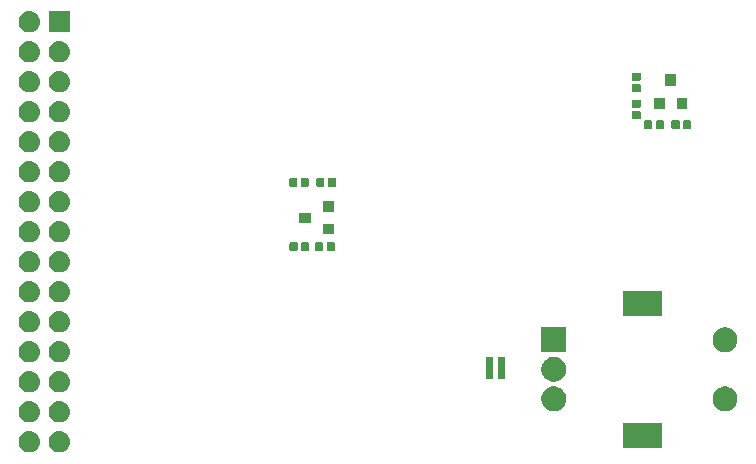
<source format=gbr>
G04 #@! TF.GenerationSoftware,KiCad,Pcbnew,5.1.2+dfsg1-1*
G04 #@! TF.CreationDate,2019-08-07T20:01:01+08:00*
G04 #@! TF.ProjectId,LCD_MINI,4c43445f-4d49-44e4-992e-6b696361645f,rev?*
G04 #@! TF.SameCoordinates,Original*
G04 #@! TF.FileFunction,Soldermask,Bot*
G04 #@! TF.FilePolarity,Negative*
%FSLAX46Y46*%
G04 Gerber Fmt 4.6, Leading zero omitted, Abs format (unit mm)*
G04 Created by KiCad (PCBNEW 5.1.2+dfsg1-1) date 2019-08-07 20:01:01*
%MOMM*%
%LPD*%
G04 APERTURE LIST*
%ADD10C,0.100000*%
G04 APERTURE END LIST*
D10*
G36*
X116950443Y-112135519D02*
G01*
X117016627Y-112142037D01*
X117186466Y-112193557D01*
X117342991Y-112277222D01*
X117378729Y-112306552D01*
X117480186Y-112389814D01*
X117563448Y-112491271D01*
X117592778Y-112527009D01*
X117676443Y-112683534D01*
X117727963Y-112853373D01*
X117745359Y-113030000D01*
X117727963Y-113206627D01*
X117676443Y-113376466D01*
X117592778Y-113532991D01*
X117577998Y-113551000D01*
X117480186Y-113670186D01*
X117378729Y-113753448D01*
X117342991Y-113782778D01*
X117186466Y-113866443D01*
X117016627Y-113917963D01*
X116950443Y-113924481D01*
X116884260Y-113931000D01*
X116795740Y-113931000D01*
X116729557Y-113924481D01*
X116663373Y-113917963D01*
X116493534Y-113866443D01*
X116337009Y-113782778D01*
X116301271Y-113753448D01*
X116199814Y-113670186D01*
X116102002Y-113551000D01*
X116087222Y-113532991D01*
X116003557Y-113376466D01*
X115952037Y-113206627D01*
X115934641Y-113030000D01*
X115952037Y-112853373D01*
X116003557Y-112683534D01*
X116087222Y-112527009D01*
X116116552Y-112491271D01*
X116199814Y-112389814D01*
X116301271Y-112306552D01*
X116337009Y-112277222D01*
X116493534Y-112193557D01*
X116663373Y-112142037D01*
X116729557Y-112135519D01*
X116795740Y-112129000D01*
X116884260Y-112129000D01*
X116950443Y-112135519D01*
X116950443Y-112135519D01*
G37*
G36*
X114410443Y-112135519D02*
G01*
X114476627Y-112142037D01*
X114646466Y-112193557D01*
X114802991Y-112277222D01*
X114838729Y-112306552D01*
X114940186Y-112389814D01*
X115023448Y-112491271D01*
X115052778Y-112527009D01*
X115136443Y-112683534D01*
X115187963Y-112853373D01*
X115205359Y-113030000D01*
X115187963Y-113206627D01*
X115136443Y-113376466D01*
X115052778Y-113532991D01*
X115037998Y-113551000D01*
X114940186Y-113670186D01*
X114838729Y-113753448D01*
X114802991Y-113782778D01*
X114646466Y-113866443D01*
X114476627Y-113917963D01*
X114410443Y-113924481D01*
X114344260Y-113931000D01*
X114255740Y-113931000D01*
X114189557Y-113924481D01*
X114123373Y-113917963D01*
X113953534Y-113866443D01*
X113797009Y-113782778D01*
X113761271Y-113753448D01*
X113659814Y-113670186D01*
X113562002Y-113551000D01*
X113547222Y-113532991D01*
X113463557Y-113376466D01*
X113412037Y-113206627D01*
X113394641Y-113030000D01*
X113412037Y-112853373D01*
X113463557Y-112683534D01*
X113547222Y-112527009D01*
X113576552Y-112491271D01*
X113659814Y-112389814D01*
X113761271Y-112306552D01*
X113797009Y-112277222D01*
X113953534Y-112193557D01*
X114123373Y-112142037D01*
X114189557Y-112135519D01*
X114255740Y-112129000D01*
X114344260Y-112129000D01*
X114410443Y-112135519D01*
X114410443Y-112135519D01*
G37*
G36*
X167851000Y-113551000D02*
G01*
X164549000Y-113551000D01*
X164549000Y-111449000D01*
X167851000Y-111449000D01*
X167851000Y-113551000D01*
X167851000Y-113551000D01*
G37*
G36*
X116950442Y-109595518D02*
G01*
X117016627Y-109602037D01*
X117186466Y-109653557D01*
X117342991Y-109737222D01*
X117378729Y-109766552D01*
X117480186Y-109849814D01*
X117563448Y-109951271D01*
X117592778Y-109987009D01*
X117676443Y-110143534D01*
X117727963Y-110313373D01*
X117745359Y-110490000D01*
X117727963Y-110666627D01*
X117676443Y-110836466D01*
X117592778Y-110992991D01*
X117563448Y-111028729D01*
X117480186Y-111130186D01*
X117378729Y-111213448D01*
X117342991Y-111242778D01*
X117186466Y-111326443D01*
X117016627Y-111377963D01*
X116950443Y-111384481D01*
X116884260Y-111391000D01*
X116795740Y-111391000D01*
X116729557Y-111384481D01*
X116663373Y-111377963D01*
X116493534Y-111326443D01*
X116337009Y-111242778D01*
X116301271Y-111213448D01*
X116199814Y-111130186D01*
X116116552Y-111028729D01*
X116087222Y-110992991D01*
X116003557Y-110836466D01*
X115952037Y-110666627D01*
X115934641Y-110490000D01*
X115952037Y-110313373D01*
X116003557Y-110143534D01*
X116087222Y-109987009D01*
X116116552Y-109951271D01*
X116199814Y-109849814D01*
X116301271Y-109766552D01*
X116337009Y-109737222D01*
X116493534Y-109653557D01*
X116663373Y-109602037D01*
X116729558Y-109595518D01*
X116795740Y-109589000D01*
X116884260Y-109589000D01*
X116950442Y-109595518D01*
X116950442Y-109595518D01*
G37*
G36*
X114410442Y-109595518D02*
G01*
X114476627Y-109602037D01*
X114646466Y-109653557D01*
X114802991Y-109737222D01*
X114838729Y-109766552D01*
X114940186Y-109849814D01*
X115023448Y-109951271D01*
X115052778Y-109987009D01*
X115136443Y-110143534D01*
X115187963Y-110313373D01*
X115205359Y-110490000D01*
X115187963Y-110666627D01*
X115136443Y-110836466D01*
X115052778Y-110992991D01*
X115023448Y-111028729D01*
X114940186Y-111130186D01*
X114838729Y-111213448D01*
X114802991Y-111242778D01*
X114646466Y-111326443D01*
X114476627Y-111377963D01*
X114410443Y-111384481D01*
X114344260Y-111391000D01*
X114255740Y-111391000D01*
X114189557Y-111384481D01*
X114123373Y-111377963D01*
X113953534Y-111326443D01*
X113797009Y-111242778D01*
X113761271Y-111213448D01*
X113659814Y-111130186D01*
X113576552Y-111028729D01*
X113547222Y-110992991D01*
X113463557Y-110836466D01*
X113412037Y-110666627D01*
X113394641Y-110490000D01*
X113412037Y-110313373D01*
X113463557Y-110143534D01*
X113547222Y-109987009D01*
X113576552Y-109951271D01*
X113659814Y-109849814D01*
X113761271Y-109766552D01*
X113797009Y-109737222D01*
X113953534Y-109653557D01*
X114123373Y-109602037D01*
X114189558Y-109595518D01*
X114255740Y-109589000D01*
X114344260Y-109589000D01*
X114410442Y-109595518D01*
X114410442Y-109595518D01*
G37*
G36*
X159006564Y-108389389D02*
G01*
X159160108Y-108452989D01*
X159197835Y-108468616D01*
X159369973Y-108583635D01*
X159516365Y-108730027D01*
X159597197Y-108851000D01*
X159631385Y-108902167D01*
X159710611Y-109093436D01*
X159751000Y-109296484D01*
X159751000Y-109503516D01*
X159710611Y-109706564D01*
X159631385Y-109897833D01*
X159631384Y-109897835D01*
X159516365Y-110069973D01*
X159369973Y-110216365D01*
X159197835Y-110331384D01*
X159197834Y-110331385D01*
X159197833Y-110331385D01*
X159006564Y-110410611D01*
X158803516Y-110451000D01*
X158596484Y-110451000D01*
X158393436Y-110410611D01*
X158202167Y-110331385D01*
X158202166Y-110331385D01*
X158202165Y-110331384D01*
X158030027Y-110216365D01*
X157883635Y-110069973D01*
X157768616Y-109897835D01*
X157768615Y-109897833D01*
X157689389Y-109706564D01*
X157649000Y-109503516D01*
X157649000Y-109296484D01*
X157689389Y-109093436D01*
X157768615Y-108902167D01*
X157802804Y-108851000D01*
X157883635Y-108730027D01*
X158030027Y-108583635D01*
X158202165Y-108468616D01*
X158239892Y-108452989D01*
X158393436Y-108389389D01*
X158596484Y-108349000D01*
X158803516Y-108349000D01*
X159006564Y-108389389D01*
X159006564Y-108389389D01*
G37*
G36*
X173506564Y-108389389D02*
G01*
X173660108Y-108452989D01*
X173697835Y-108468616D01*
X173869973Y-108583635D01*
X174016365Y-108730027D01*
X174097197Y-108851000D01*
X174131385Y-108902167D01*
X174210611Y-109093436D01*
X174251000Y-109296484D01*
X174251000Y-109503516D01*
X174210611Y-109706564D01*
X174131385Y-109897833D01*
X174131384Y-109897835D01*
X174016365Y-110069973D01*
X173869973Y-110216365D01*
X173697835Y-110331384D01*
X173697834Y-110331385D01*
X173697833Y-110331385D01*
X173506564Y-110410611D01*
X173303516Y-110451000D01*
X173096484Y-110451000D01*
X172893436Y-110410611D01*
X172702167Y-110331385D01*
X172702166Y-110331385D01*
X172702165Y-110331384D01*
X172530027Y-110216365D01*
X172383635Y-110069973D01*
X172268616Y-109897835D01*
X172268615Y-109897833D01*
X172189389Y-109706564D01*
X172149000Y-109503516D01*
X172149000Y-109296484D01*
X172189389Y-109093436D01*
X172268615Y-108902167D01*
X172302804Y-108851000D01*
X172383635Y-108730027D01*
X172530027Y-108583635D01*
X172702165Y-108468616D01*
X172739892Y-108452989D01*
X172893436Y-108389389D01*
X173096484Y-108349000D01*
X173303516Y-108349000D01*
X173506564Y-108389389D01*
X173506564Y-108389389D01*
G37*
G36*
X116950442Y-107055518D02*
G01*
X117016627Y-107062037D01*
X117186466Y-107113557D01*
X117342991Y-107197222D01*
X117354374Y-107206564D01*
X117480186Y-107309814D01*
X117552420Y-107397833D01*
X117592778Y-107447009D01*
X117676443Y-107603534D01*
X117727963Y-107773373D01*
X117745359Y-107950000D01*
X117727963Y-108126627D01*
X117676443Y-108296466D01*
X117592778Y-108452991D01*
X117563448Y-108488729D01*
X117480186Y-108590186D01*
X117378729Y-108673448D01*
X117342991Y-108702778D01*
X117186466Y-108786443D01*
X117016627Y-108837963D01*
X116950442Y-108844482D01*
X116884260Y-108851000D01*
X116795740Y-108851000D01*
X116729558Y-108844482D01*
X116663373Y-108837963D01*
X116493534Y-108786443D01*
X116337009Y-108702778D01*
X116301271Y-108673448D01*
X116199814Y-108590186D01*
X116116552Y-108488729D01*
X116087222Y-108452991D01*
X116003557Y-108296466D01*
X115952037Y-108126627D01*
X115934641Y-107950000D01*
X115952037Y-107773373D01*
X116003557Y-107603534D01*
X116087222Y-107447009D01*
X116127580Y-107397833D01*
X116199814Y-107309814D01*
X116325626Y-107206564D01*
X116337009Y-107197222D01*
X116493534Y-107113557D01*
X116663373Y-107062037D01*
X116729558Y-107055518D01*
X116795740Y-107049000D01*
X116884260Y-107049000D01*
X116950442Y-107055518D01*
X116950442Y-107055518D01*
G37*
G36*
X114410442Y-107055518D02*
G01*
X114476627Y-107062037D01*
X114646466Y-107113557D01*
X114802991Y-107197222D01*
X114814374Y-107206564D01*
X114940186Y-107309814D01*
X115012420Y-107397833D01*
X115052778Y-107447009D01*
X115136443Y-107603534D01*
X115187963Y-107773373D01*
X115205359Y-107950000D01*
X115187963Y-108126627D01*
X115136443Y-108296466D01*
X115052778Y-108452991D01*
X115023448Y-108488729D01*
X114940186Y-108590186D01*
X114838729Y-108673448D01*
X114802991Y-108702778D01*
X114646466Y-108786443D01*
X114476627Y-108837963D01*
X114410442Y-108844482D01*
X114344260Y-108851000D01*
X114255740Y-108851000D01*
X114189558Y-108844482D01*
X114123373Y-108837963D01*
X113953534Y-108786443D01*
X113797009Y-108702778D01*
X113761271Y-108673448D01*
X113659814Y-108590186D01*
X113576552Y-108488729D01*
X113547222Y-108452991D01*
X113463557Y-108296466D01*
X113412037Y-108126627D01*
X113394641Y-107950000D01*
X113412037Y-107773373D01*
X113463557Y-107603534D01*
X113547222Y-107447009D01*
X113587580Y-107397833D01*
X113659814Y-107309814D01*
X113785626Y-107206564D01*
X113797009Y-107197222D01*
X113953534Y-107113557D01*
X114123373Y-107062037D01*
X114189558Y-107055518D01*
X114255740Y-107049000D01*
X114344260Y-107049000D01*
X114410442Y-107055518D01*
X114410442Y-107055518D01*
G37*
G36*
X159006564Y-105889389D02*
G01*
X159197833Y-105968615D01*
X159197835Y-105968616D01*
X159369973Y-106083635D01*
X159516365Y-106230027D01*
X159537061Y-106261000D01*
X159631385Y-106402167D01*
X159710611Y-106593436D01*
X159751000Y-106796484D01*
X159751000Y-107003516D01*
X159710611Y-107206564D01*
X159667843Y-107309815D01*
X159631384Y-107397835D01*
X159516365Y-107569973D01*
X159369973Y-107716365D01*
X159197835Y-107831384D01*
X159197834Y-107831385D01*
X159197833Y-107831385D01*
X159006564Y-107910611D01*
X158803516Y-107951000D01*
X158596484Y-107951000D01*
X158393436Y-107910611D01*
X158202167Y-107831385D01*
X158202166Y-107831385D01*
X158202165Y-107831384D01*
X158030027Y-107716365D01*
X157883635Y-107569973D01*
X157768616Y-107397835D01*
X157732157Y-107309815D01*
X157689389Y-107206564D01*
X157649000Y-107003516D01*
X157649000Y-106796484D01*
X157689389Y-106593436D01*
X157768615Y-106402167D01*
X157862940Y-106261000D01*
X157883635Y-106230027D01*
X158030027Y-106083635D01*
X158202165Y-105968616D01*
X158202167Y-105968615D01*
X158393436Y-105889389D01*
X158596484Y-105849000D01*
X158803516Y-105849000D01*
X159006564Y-105889389D01*
X159006564Y-105889389D01*
G37*
G36*
X153601000Y-107761000D02*
G01*
X152999000Y-107761000D01*
X152999000Y-105839000D01*
X153601000Y-105839000D01*
X153601000Y-107761000D01*
X153601000Y-107761000D01*
G37*
G36*
X154601000Y-107761000D02*
G01*
X153999000Y-107761000D01*
X153999000Y-105839000D01*
X154601000Y-105839000D01*
X154601000Y-107761000D01*
X154601000Y-107761000D01*
G37*
G36*
X114410443Y-104515519D02*
G01*
X114476627Y-104522037D01*
X114646466Y-104573557D01*
X114802991Y-104657222D01*
X114838729Y-104686552D01*
X114940186Y-104769814D01*
X115023448Y-104871271D01*
X115052778Y-104907009D01*
X115136443Y-105063534D01*
X115187963Y-105233373D01*
X115205359Y-105410000D01*
X115187963Y-105586627D01*
X115136443Y-105756466D01*
X115052778Y-105912991D01*
X115023448Y-105948729D01*
X114940186Y-106050186D01*
X114838729Y-106133448D01*
X114802991Y-106162778D01*
X114646466Y-106246443D01*
X114476627Y-106297963D01*
X114410442Y-106304482D01*
X114344260Y-106311000D01*
X114255740Y-106311000D01*
X114189558Y-106304482D01*
X114123373Y-106297963D01*
X113953534Y-106246443D01*
X113797009Y-106162778D01*
X113761271Y-106133448D01*
X113659814Y-106050186D01*
X113576552Y-105948729D01*
X113547222Y-105912991D01*
X113463557Y-105756466D01*
X113412037Y-105586627D01*
X113394641Y-105410000D01*
X113412037Y-105233373D01*
X113463557Y-105063534D01*
X113547222Y-104907009D01*
X113576552Y-104871271D01*
X113659814Y-104769814D01*
X113761271Y-104686552D01*
X113797009Y-104657222D01*
X113953534Y-104573557D01*
X114123373Y-104522037D01*
X114189557Y-104515519D01*
X114255740Y-104509000D01*
X114344260Y-104509000D01*
X114410443Y-104515519D01*
X114410443Y-104515519D01*
G37*
G36*
X116950443Y-104515519D02*
G01*
X117016627Y-104522037D01*
X117186466Y-104573557D01*
X117342991Y-104657222D01*
X117378729Y-104686552D01*
X117480186Y-104769814D01*
X117563448Y-104871271D01*
X117592778Y-104907009D01*
X117676443Y-105063534D01*
X117727963Y-105233373D01*
X117745359Y-105410000D01*
X117727963Y-105586627D01*
X117676443Y-105756466D01*
X117592778Y-105912991D01*
X117563448Y-105948729D01*
X117480186Y-106050186D01*
X117378729Y-106133448D01*
X117342991Y-106162778D01*
X117186466Y-106246443D01*
X117016627Y-106297963D01*
X116950442Y-106304482D01*
X116884260Y-106311000D01*
X116795740Y-106311000D01*
X116729558Y-106304482D01*
X116663373Y-106297963D01*
X116493534Y-106246443D01*
X116337009Y-106162778D01*
X116301271Y-106133448D01*
X116199814Y-106050186D01*
X116116552Y-105948729D01*
X116087222Y-105912991D01*
X116003557Y-105756466D01*
X115952037Y-105586627D01*
X115934641Y-105410000D01*
X115952037Y-105233373D01*
X116003557Y-105063534D01*
X116087222Y-104907009D01*
X116116552Y-104871271D01*
X116199814Y-104769814D01*
X116301271Y-104686552D01*
X116337009Y-104657222D01*
X116493534Y-104573557D01*
X116663373Y-104522037D01*
X116729557Y-104515519D01*
X116795740Y-104509000D01*
X116884260Y-104509000D01*
X116950443Y-104515519D01*
X116950443Y-104515519D01*
G37*
G36*
X173506564Y-103389389D02*
G01*
X173697833Y-103468615D01*
X173697835Y-103468616D01*
X173760047Y-103510185D01*
X173869973Y-103583635D01*
X174016365Y-103730027D01*
X174131385Y-103902167D01*
X174210611Y-104093436D01*
X174251000Y-104296484D01*
X174251000Y-104503516D01*
X174210611Y-104706564D01*
X174131385Y-104897833D01*
X174131384Y-104897835D01*
X174016365Y-105069973D01*
X173869973Y-105216365D01*
X173697835Y-105331384D01*
X173697834Y-105331385D01*
X173697833Y-105331385D01*
X173506564Y-105410611D01*
X173303516Y-105451000D01*
X173096484Y-105451000D01*
X172893436Y-105410611D01*
X172702167Y-105331385D01*
X172702166Y-105331385D01*
X172702165Y-105331384D01*
X172530027Y-105216365D01*
X172383635Y-105069973D01*
X172268616Y-104897835D01*
X172268615Y-104897833D01*
X172189389Y-104706564D01*
X172149000Y-104503516D01*
X172149000Y-104296484D01*
X172189389Y-104093436D01*
X172268615Y-103902167D01*
X172383635Y-103730027D01*
X172530027Y-103583635D01*
X172639953Y-103510185D01*
X172702165Y-103468616D01*
X172702167Y-103468615D01*
X172893436Y-103389389D01*
X173096484Y-103349000D01*
X173303516Y-103349000D01*
X173506564Y-103389389D01*
X173506564Y-103389389D01*
G37*
G36*
X159751000Y-105451000D02*
G01*
X157649000Y-105451000D01*
X157649000Y-103349000D01*
X159751000Y-103349000D01*
X159751000Y-105451000D01*
X159751000Y-105451000D01*
G37*
G36*
X114410442Y-101975518D02*
G01*
X114476627Y-101982037D01*
X114646466Y-102033557D01*
X114802991Y-102117222D01*
X114838729Y-102146552D01*
X114940186Y-102229814D01*
X115023448Y-102331271D01*
X115052778Y-102367009D01*
X115136443Y-102523534D01*
X115187963Y-102693373D01*
X115205359Y-102870000D01*
X115187963Y-103046627D01*
X115136443Y-103216466D01*
X115052778Y-103372991D01*
X115023448Y-103408729D01*
X114940186Y-103510186D01*
X114850687Y-103583635D01*
X114802991Y-103622778D01*
X114646466Y-103706443D01*
X114476627Y-103757963D01*
X114410443Y-103764481D01*
X114344260Y-103771000D01*
X114255740Y-103771000D01*
X114189557Y-103764481D01*
X114123373Y-103757963D01*
X113953534Y-103706443D01*
X113797009Y-103622778D01*
X113749313Y-103583635D01*
X113659814Y-103510186D01*
X113576552Y-103408729D01*
X113547222Y-103372991D01*
X113463557Y-103216466D01*
X113412037Y-103046627D01*
X113394641Y-102870000D01*
X113412037Y-102693373D01*
X113463557Y-102523534D01*
X113547222Y-102367009D01*
X113576552Y-102331271D01*
X113659814Y-102229814D01*
X113761271Y-102146552D01*
X113797009Y-102117222D01*
X113953534Y-102033557D01*
X114123373Y-101982037D01*
X114189558Y-101975518D01*
X114255740Y-101969000D01*
X114344260Y-101969000D01*
X114410442Y-101975518D01*
X114410442Y-101975518D01*
G37*
G36*
X116950442Y-101975518D02*
G01*
X117016627Y-101982037D01*
X117186466Y-102033557D01*
X117342991Y-102117222D01*
X117378729Y-102146552D01*
X117480186Y-102229814D01*
X117563448Y-102331271D01*
X117592778Y-102367009D01*
X117676443Y-102523534D01*
X117727963Y-102693373D01*
X117745359Y-102870000D01*
X117727963Y-103046627D01*
X117676443Y-103216466D01*
X117592778Y-103372991D01*
X117563448Y-103408729D01*
X117480186Y-103510186D01*
X117390687Y-103583635D01*
X117342991Y-103622778D01*
X117186466Y-103706443D01*
X117016627Y-103757963D01*
X116950443Y-103764481D01*
X116884260Y-103771000D01*
X116795740Y-103771000D01*
X116729557Y-103764481D01*
X116663373Y-103757963D01*
X116493534Y-103706443D01*
X116337009Y-103622778D01*
X116289313Y-103583635D01*
X116199814Y-103510186D01*
X116116552Y-103408729D01*
X116087222Y-103372991D01*
X116003557Y-103216466D01*
X115952037Y-103046627D01*
X115934641Y-102870000D01*
X115952037Y-102693373D01*
X116003557Y-102523534D01*
X116087222Y-102367009D01*
X116116552Y-102331271D01*
X116199814Y-102229814D01*
X116301271Y-102146552D01*
X116337009Y-102117222D01*
X116493534Y-102033557D01*
X116663373Y-101982037D01*
X116729558Y-101975518D01*
X116795740Y-101969000D01*
X116884260Y-101969000D01*
X116950442Y-101975518D01*
X116950442Y-101975518D01*
G37*
G36*
X167851000Y-102351000D02*
G01*
X164549000Y-102351000D01*
X164549000Y-100249000D01*
X167851000Y-100249000D01*
X167851000Y-102351000D01*
X167851000Y-102351000D01*
G37*
G36*
X116950443Y-99435519D02*
G01*
X117016627Y-99442037D01*
X117186466Y-99493557D01*
X117342991Y-99577222D01*
X117378729Y-99606552D01*
X117480186Y-99689814D01*
X117563448Y-99791271D01*
X117592778Y-99827009D01*
X117676443Y-99983534D01*
X117727963Y-100153373D01*
X117745359Y-100330000D01*
X117727963Y-100506627D01*
X117676443Y-100676466D01*
X117592778Y-100832991D01*
X117563448Y-100868729D01*
X117480186Y-100970186D01*
X117378729Y-101053448D01*
X117342991Y-101082778D01*
X117186466Y-101166443D01*
X117016627Y-101217963D01*
X116950443Y-101224481D01*
X116884260Y-101231000D01*
X116795740Y-101231000D01*
X116729558Y-101224482D01*
X116663373Y-101217963D01*
X116493534Y-101166443D01*
X116337009Y-101082778D01*
X116301271Y-101053448D01*
X116199814Y-100970186D01*
X116116552Y-100868729D01*
X116087222Y-100832991D01*
X116003557Y-100676466D01*
X115952037Y-100506627D01*
X115934641Y-100330000D01*
X115952037Y-100153373D01*
X116003557Y-99983534D01*
X116087222Y-99827009D01*
X116116552Y-99791271D01*
X116199814Y-99689814D01*
X116301271Y-99606552D01*
X116337009Y-99577222D01*
X116493534Y-99493557D01*
X116663373Y-99442037D01*
X116729558Y-99435518D01*
X116795740Y-99429000D01*
X116884260Y-99429000D01*
X116950443Y-99435519D01*
X116950443Y-99435519D01*
G37*
G36*
X114410443Y-99435519D02*
G01*
X114476627Y-99442037D01*
X114646466Y-99493557D01*
X114802991Y-99577222D01*
X114838729Y-99606552D01*
X114940186Y-99689814D01*
X115023448Y-99791271D01*
X115052778Y-99827009D01*
X115136443Y-99983534D01*
X115187963Y-100153373D01*
X115205359Y-100330000D01*
X115187963Y-100506627D01*
X115136443Y-100676466D01*
X115052778Y-100832991D01*
X115023448Y-100868729D01*
X114940186Y-100970186D01*
X114838729Y-101053448D01*
X114802991Y-101082778D01*
X114646466Y-101166443D01*
X114476627Y-101217963D01*
X114410443Y-101224481D01*
X114344260Y-101231000D01*
X114255740Y-101231000D01*
X114189558Y-101224482D01*
X114123373Y-101217963D01*
X113953534Y-101166443D01*
X113797009Y-101082778D01*
X113761271Y-101053448D01*
X113659814Y-100970186D01*
X113576552Y-100868729D01*
X113547222Y-100832991D01*
X113463557Y-100676466D01*
X113412037Y-100506627D01*
X113394641Y-100330000D01*
X113412037Y-100153373D01*
X113463557Y-99983534D01*
X113547222Y-99827009D01*
X113576552Y-99791271D01*
X113659814Y-99689814D01*
X113761271Y-99606552D01*
X113797009Y-99577222D01*
X113953534Y-99493557D01*
X114123373Y-99442037D01*
X114189558Y-99435518D01*
X114255740Y-99429000D01*
X114344260Y-99429000D01*
X114410443Y-99435519D01*
X114410443Y-99435519D01*
G37*
G36*
X116950442Y-96895518D02*
G01*
X117016627Y-96902037D01*
X117186466Y-96953557D01*
X117342991Y-97037222D01*
X117378729Y-97066552D01*
X117480186Y-97149814D01*
X117563448Y-97251271D01*
X117592778Y-97287009D01*
X117676443Y-97443534D01*
X117727963Y-97613373D01*
X117745359Y-97790000D01*
X117727963Y-97966627D01*
X117676443Y-98136466D01*
X117592778Y-98292991D01*
X117563448Y-98328729D01*
X117480186Y-98430186D01*
X117378729Y-98513448D01*
X117342991Y-98542778D01*
X117186466Y-98626443D01*
X117016627Y-98677963D01*
X116950442Y-98684482D01*
X116884260Y-98691000D01*
X116795740Y-98691000D01*
X116729558Y-98684482D01*
X116663373Y-98677963D01*
X116493534Y-98626443D01*
X116337009Y-98542778D01*
X116301271Y-98513448D01*
X116199814Y-98430186D01*
X116116552Y-98328729D01*
X116087222Y-98292991D01*
X116003557Y-98136466D01*
X115952037Y-97966627D01*
X115934641Y-97790000D01*
X115952037Y-97613373D01*
X116003557Y-97443534D01*
X116087222Y-97287009D01*
X116116552Y-97251271D01*
X116199814Y-97149814D01*
X116301271Y-97066552D01*
X116337009Y-97037222D01*
X116493534Y-96953557D01*
X116663373Y-96902037D01*
X116729558Y-96895518D01*
X116795740Y-96889000D01*
X116884260Y-96889000D01*
X116950442Y-96895518D01*
X116950442Y-96895518D01*
G37*
G36*
X114410442Y-96895518D02*
G01*
X114476627Y-96902037D01*
X114646466Y-96953557D01*
X114802991Y-97037222D01*
X114838729Y-97066552D01*
X114940186Y-97149814D01*
X115023448Y-97251271D01*
X115052778Y-97287009D01*
X115136443Y-97443534D01*
X115187963Y-97613373D01*
X115205359Y-97790000D01*
X115187963Y-97966627D01*
X115136443Y-98136466D01*
X115052778Y-98292991D01*
X115023448Y-98328729D01*
X114940186Y-98430186D01*
X114838729Y-98513448D01*
X114802991Y-98542778D01*
X114646466Y-98626443D01*
X114476627Y-98677963D01*
X114410442Y-98684482D01*
X114344260Y-98691000D01*
X114255740Y-98691000D01*
X114189558Y-98684482D01*
X114123373Y-98677963D01*
X113953534Y-98626443D01*
X113797009Y-98542778D01*
X113761271Y-98513448D01*
X113659814Y-98430186D01*
X113576552Y-98328729D01*
X113547222Y-98292991D01*
X113463557Y-98136466D01*
X113412037Y-97966627D01*
X113394641Y-97790000D01*
X113412037Y-97613373D01*
X113463557Y-97443534D01*
X113547222Y-97287009D01*
X113576552Y-97251271D01*
X113659814Y-97149814D01*
X113761271Y-97066552D01*
X113797009Y-97037222D01*
X113953534Y-96953557D01*
X114123373Y-96902037D01*
X114189558Y-96895518D01*
X114255740Y-96889000D01*
X114344260Y-96889000D01*
X114410442Y-96895518D01*
X114410442Y-96895518D01*
G37*
G36*
X140071938Y-96151716D02*
G01*
X140092557Y-96157971D01*
X140111553Y-96168124D01*
X140128208Y-96181792D01*
X140141876Y-96198447D01*
X140152029Y-96217443D01*
X140158284Y-96238062D01*
X140161000Y-96265640D01*
X140161000Y-96774360D01*
X140158284Y-96801938D01*
X140152029Y-96822557D01*
X140141876Y-96841553D01*
X140128208Y-96858208D01*
X140111553Y-96871876D01*
X140092557Y-96882029D01*
X140071938Y-96888284D01*
X140044360Y-96891000D01*
X139585640Y-96891000D01*
X139558062Y-96888284D01*
X139537443Y-96882029D01*
X139518447Y-96871876D01*
X139501792Y-96858208D01*
X139488124Y-96841553D01*
X139477971Y-96822557D01*
X139471716Y-96801938D01*
X139469000Y-96774360D01*
X139469000Y-96265640D01*
X139471716Y-96238062D01*
X139477971Y-96217443D01*
X139488124Y-96198447D01*
X139501792Y-96181792D01*
X139518447Y-96168124D01*
X139537443Y-96157971D01*
X139558062Y-96151716D01*
X139585640Y-96149000D01*
X140044360Y-96149000D01*
X140071938Y-96151716D01*
X140071938Y-96151716D01*
G37*
G36*
X136931938Y-96151716D02*
G01*
X136952557Y-96157971D01*
X136971553Y-96168124D01*
X136988208Y-96181792D01*
X137001876Y-96198447D01*
X137012029Y-96217443D01*
X137018284Y-96238062D01*
X137021000Y-96265640D01*
X137021000Y-96774360D01*
X137018284Y-96801938D01*
X137012029Y-96822557D01*
X137001876Y-96841553D01*
X136988208Y-96858208D01*
X136971553Y-96871876D01*
X136952557Y-96882029D01*
X136931938Y-96888284D01*
X136904360Y-96891000D01*
X136445640Y-96891000D01*
X136418062Y-96888284D01*
X136397443Y-96882029D01*
X136378447Y-96871876D01*
X136361792Y-96858208D01*
X136348124Y-96841553D01*
X136337971Y-96822557D01*
X136331716Y-96801938D01*
X136329000Y-96774360D01*
X136329000Y-96265640D01*
X136331716Y-96238062D01*
X136337971Y-96217443D01*
X136348124Y-96198447D01*
X136361792Y-96181792D01*
X136378447Y-96168124D01*
X136397443Y-96157971D01*
X136418062Y-96151716D01*
X136445640Y-96149000D01*
X136904360Y-96149000D01*
X136931938Y-96151716D01*
X136931938Y-96151716D01*
G37*
G36*
X137901938Y-96151716D02*
G01*
X137922557Y-96157971D01*
X137941553Y-96168124D01*
X137958208Y-96181792D01*
X137971876Y-96198447D01*
X137982029Y-96217443D01*
X137988284Y-96238062D01*
X137991000Y-96265640D01*
X137991000Y-96774360D01*
X137988284Y-96801938D01*
X137982029Y-96822557D01*
X137971876Y-96841553D01*
X137958208Y-96858208D01*
X137941553Y-96871876D01*
X137922557Y-96882029D01*
X137901938Y-96888284D01*
X137874360Y-96891000D01*
X137415640Y-96891000D01*
X137388062Y-96888284D01*
X137367443Y-96882029D01*
X137348447Y-96871876D01*
X137331792Y-96858208D01*
X137318124Y-96841553D01*
X137307971Y-96822557D01*
X137301716Y-96801938D01*
X137299000Y-96774360D01*
X137299000Y-96265640D01*
X137301716Y-96238062D01*
X137307971Y-96217443D01*
X137318124Y-96198447D01*
X137331792Y-96181792D01*
X137348447Y-96168124D01*
X137367443Y-96157971D01*
X137388062Y-96151716D01*
X137415640Y-96149000D01*
X137874360Y-96149000D01*
X137901938Y-96151716D01*
X137901938Y-96151716D01*
G37*
G36*
X139101938Y-96151716D02*
G01*
X139122557Y-96157971D01*
X139141553Y-96168124D01*
X139158208Y-96181792D01*
X139171876Y-96198447D01*
X139182029Y-96217443D01*
X139188284Y-96238062D01*
X139191000Y-96265640D01*
X139191000Y-96774360D01*
X139188284Y-96801938D01*
X139182029Y-96822557D01*
X139171876Y-96841553D01*
X139158208Y-96858208D01*
X139141553Y-96871876D01*
X139122557Y-96882029D01*
X139101938Y-96888284D01*
X139074360Y-96891000D01*
X138615640Y-96891000D01*
X138588062Y-96888284D01*
X138567443Y-96882029D01*
X138548447Y-96871876D01*
X138531792Y-96858208D01*
X138518124Y-96841553D01*
X138507971Y-96822557D01*
X138501716Y-96801938D01*
X138499000Y-96774360D01*
X138499000Y-96265640D01*
X138501716Y-96238062D01*
X138507971Y-96217443D01*
X138518124Y-96198447D01*
X138531792Y-96181792D01*
X138548447Y-96168124D01*
X138567443Y-96157971D01*
X138588062Y-96151716D01*
X138615640Y-96149000D01*
X139074360Y-96149000D01*
X139101938Y-96151716D01*
X139101938Y-96151716D01*
G37*
G36*
X114410442Y-94355518D02*
G01*
X114476627Y-94362037D01*
X114646466Y-94413557D01*
X114802991Y-94497222D01*
X114838729Y-94526552D01*
X114940186Y-94609814D01*
X115023448Y-94711271D01*
X115052778Y-94747009D01*
X115136443Y-94903534D01*
X115187963Y-95073373D01*
X115205359Y-95250000D01*
X115187963Y-95426627D01*
X115136443Y-95596466D01*
X115052778Y-95752991D01*
X115023448Y-95788729D01*
X114940186Y-95890186D01*
X114838729Y-95973448D01*
X114802991Y-96002778D01*
X114646466Y-96086443D01*
X114476627Y-96137963D01*
X114410443Y-96144481D01*
X114344260Y-96151000D01*
X114255740Y-96151000D01*
X114189558Y-96144482D01*
X114123373Y-96137963D01*
X113953534Y-96086443D01*
X113797009Y-96002778D01*
X113761271Y-95973448D01*
X113659814Y-95890186D01*
X113576552Y-95788729D01*
X113547222Y-95752991D01*
X113463557Y-95596466D01*
X113412037Y-95426627D01*
X113394641Y-95250000D01*
X113412037Y-95073373D01*
X113463557Y-94903534D01*
X113547222Y-94747009D01*
X113576552Y-94711271D01*
X113659814Y-94609814D01*
X113761271Y-94526552D01*
X113797009Y-94497222D01*
X113953534Y-94413557D01*
X114123373Y-94362037D01*
X114189558Y-94355518D01*
X114255740Y-94349000D01*
X114344260Y-94349000D01*
X114410442Y-94355518D01*
X114410442Y-94355518D01*
G37*
G36*
X116950442Y-94355518D02*
G01*
X117016627Y-94362037D01*
X117186466Y-94413557D01*
X117342991Y-94497222D01*
X117378729Y-94526552D01*
X117480186Y-94609814D01*
X117563448Y-94711271D01*
X117592778Y-94747009D01*
X117676443Y-94903534D01*
X117727963Y-95073373D01*
X117745359Y-95250000D01*
X117727963Y-95426627D01*
X117676443Y-95596466D01*
X117592778Y-95752991D01*
X117563448Y-95788729D01*
X117480186Y-95890186D01*
X117378729Y-95973448D01*
X117342991Y-96002778D01*
X117186466Y-96086443D01*
X117016627Y-96137963D01*
X116950443Y-96144481D01*
X116884260Y-96151000D01*
X116795740Y-96151000D01*
X116729558Y-96144482D01*
X116663373Y-96137963D01*
X116493534Y-96086443D01*
X116337009Y-96002778D01*
X116301271Y-95973448D01*
X116199814Y-95890186D01*
X116116552Y-95788729D01*
X116087222Y-95752991D01*
X116003557Y-95596466D01*
X115952037Y-95426627D01*
X115934641Y-95250000D01*
X115952037Y-95073373D01*
X116003557Y-94903534D01*
X116087222Y-94747009D01*
X116116552Y-94711271D01*
X116199814Y-94609814D01*
X116301271Y-94526552D01*
X116337009Y-94497222D01*
X116493534Y-94413557D01*
X116663373Y-94362037D01*
X116729557Y-94355519D01*
X116795740Y-94349000D01*
X116884260Y-94349000D01*
X116950442Y-94355518D01*
X116950442Y-94355518D01*
G37*
G36*
X140131000Y-95481000D02*
G01*
X139129000Y-95481000D01*
X139129000Y-94579000D01*
X140131000Y-94579000D01*
X140131000Y-95481000D01*
X140131000Y-95481000D01*
G37*
G36*
X138131000Y-94531000D02*
G01*
X137129000Y-94531000D01*
X137129000Y-93629000D01*
X138131000Y-93629000D01*
X138131000Y-94531000D01*
X138131000Y-94531000D01*
G37*
G36*
X116950442Y-91815518D02*
G01*
X117016627Y-91822037D01*
X117186466Y-91873557D01*
X117342991Y-91957222D01*
X117378729Y-91986552D01*
X117480186Y-92069814D01*
X117563448Y-92171271D01*
X117592778Y-92207009D01*
X117676443Y-92363534D01*
X117727963Y-92533373D01*
X117745359Y-92710000D01*
X117727963Y-92886627D01*
X117676443Y-93056466D01*
X117592778Y-93212991D01*
X117563448Y-93248729D01*
X117480186Y-93350186D01*
X117378729Y-93433448D01*
X117342991Y-93462778D01*
X117186466Y-93546443D01*
X117016627Y-93597963D01*
X116950443Y-93604481D01*
X116884260Y-93611000D01*
X116795740Y-93611000D01*
X116729557Y-93604481D01*
X116663373Y-93597963D01*
X116493534Y-93546443D01*
X116337009Y-93462778D01*
X116301271Y-93433448D01*
X116199814Y-93350186D01*
X116116552Y-93248729D01*
X116087222Y-93212991D01*
X116003557Y-93056466D01*
X115952037Y-92886627D01*
X115934641Y-92710000D01*
X115952037Y-92533373D01*
X116003557Y-92363534D01*
X116087222Y-92207009D01*
X116116552Y-92171271D01*
X116199814Y-92069814D01*
X116301271Y-91986552D01*
X116337009Y-91957222D01*
X116493534Y-91873557D01*
X116663373Y-91822037D01*
X116729558Y-91815518D01*
X116795740Y-91809000D01*
X116884260Y-91809000D01*
X116950442Y-91815518D01*
X116950442Y-91815518D01*
G37*
G36*
X114410442Y-91815518D02*
G01*
X114476627Y-91822037D01*
X114646466Y-91873557D01*
X114802991Y-91957222D01*
X114838729Y-91986552D01*
X114940186Y-92069814D01*
X115023448Y-92171271D01*
X115052778Y-92207009D01*
X115136443Y-92363534D01*
X115187963Y-92533373D01*
X115205359Y-92710000D01*
X115187963Y-92886627D01*
X115136443Y-93056466D01*
X115052778Y-93212991D01*
X115023448Y-93248729D01*
X114940186Y-93350186D01*
X114838729Y-93433448D01*
X114802991Y-93462778D01*
X114646466Y-93546443D01*
X114476627Y-93597963D01*
X114410443Y-93604481D01*
X114344260Y-93611000D01*
X114255740Y-93611000D01*
X114189557Y-93604481D01*
X114123373Y-93597963D01*
X113953534Y-93546443D01*
X113797009Y-93462778D01*
X113761271Y-93433448D01*
X113659814Y-93350186D01*
X113576552Y-93248729D01*
X113547222Y-93212991D01*
X113463557Y-93056466D01*
X113412037Y-92886627D01*
X113394641Y-92710000D01*
X113412037Y-92533373D01*
X113463557Y-92363534D01*
X113547222Y-92207009D01*
X113576552Y-92171271D01*
X113659814Y-92069814D01*
X113761271Y-91986552D01*
X113797009Y-91957222D01*
X113953534Y-91873557D01*
X114123373Y-91822037D01*
X114189558Y-91815518D01*
X114255740Y-91809000D01*
X114344260Y-91809000D01*
X114410442Y-91815518D01*
X114410442Y-91815518D01*
G37*
G36*
X140131000Y-93581000D02*
G01*
X139129000Y-93581000D01*
X139129000Y-92679000D01*
X140131000Y-92679000D01*
X140131000Y-93581000D01*
X140131000Y-93581000D01*
G37*
G36*
X137871938Y-90711716D02*
G01*
X137892557Y-90717971D01*
X137911553Y-90728124D01*
X137928208Y-90741792D01*
X137941876Y-90758447D01*
X137952029Y-90777443D01*
X137958284Y-90798062D01*
X137961000Y-90825640D01*
X137961000Y-91334360D01*
X137958284Y-91361938D01*
X137952029Y-91382557D01*
X137941876Y-91401553D01*
X137928208Y-91418208D01*
X137911553Y-91431876D01*
X137892557Y-91442029D01*
X137871938Y-91448284D01*
X137844360Y-91451000D01*
X137385640Y-91451000D01*
X137358062Y-91448284D01*
X137337443Y-91442029D01*
X137318447Y-91431876D01*
X137301792Y-91418208D01*
X137288124Y-91401553D01*
X137277971Y-91382557D01*
X137271716Y-91361938D01*
X137269000Y-91334360D01*
X137269000Y-90825640D01*
X137271716Y-90798062D01*
X137277971Y-90777443D01*
X137288124Y-90758447D01*
X137301792Y-90741792D01*
X137318447Y-90728124D01*
X137337443Y-90717971D01*
X137358062Y-90711716D01*
X137385640Y-90709000D01*
X137844360Y-90709000D01*
X137871938Y-90711716D01*
X137871938Y-90711716D01*
G37*
G36*
X136901938Y-90711716D02*
G01*
X136922557Y-90717971D01*
X136941553Y-90728124D01*
X136958208Y-90741792D01*
X136971876Y-90758447D01*
X136982029Y-90777443D01*
X136988284Y-90798062D01*
X136991000Y-90825640D01*
X136991000Y-91334360D01*
X136988284Y-91361938D01*
X136982029Y-91382557D01*
X136971876Y-91401553D01*
X136958208Y-91418208D01*
X136941553Y-91431876D01*
X136922557Y-91442029D01*
X136901938Y-91448284D01*
X136874360Y-91451000D01*
X136415640Y-91451000D01*
X136388062Y-91448284D01*
X136367443Y-91442029D01*
X136348447Y-91431876D01*
X136331792Y-91418208D01*
X136318124Y-91401553D01*
X136307971Y-91382557D01*
X136301716Y-91361938D01*
X136299000Y-91334360D01*
X136299000Y-90825640D01*
X136301716Y-90798062D01*
X136307971Y-90777443D01*
X136318124Y-90758447D01*
X136331792Y-90741792D01*
X136348447Y-90728124D01*
X136367443Y-90717971D01*
X136388062Y-90711716D01*
X136415640Y-90709000D01*
X136874360Y-90709000D01*
X136901938Y-90711716D01*
X136901938Y-90711716D01*
G37*
G36*
X140171938Y-90711716D02*
G01*
X140192557Y-90717971D01*
X140211553Y-90728124D01*
X140228208Y-90741792D01*
X140241876Y-90758447D01*
X140252029Y-90777443D01*
X140258284Y-90798062D01*
X140261000Y-90825640D01*
X140261000Y-91334360D01*
X140258284Y-91361938D01*
X140252029Y-91382557D01*
X140241876Y-91401553D01*
X140228208Y-91418208D01*
X140211553Y-91431876D01*
X140192557Y-91442029D01*
X140171938Y-91448284D01*
X140144360Y-91451000D01*
X139685640Y-91451000D01*
X139658062Y-91448284D01*
X139637443Y-91442029D01*
X139618447Y-91431876D01*
X139601792Y-91418208D01*
X139588124Y-91401553D01*
X139577971Y-91382557D01*
X139571716Y-91361938D01*
X139569000Y-91334360D01*
X139569000Y-90825640D01*
X139571716Y-90798062D01*
X139577971Y-90777443D01*
X139588124Y-90758447D01*
X139601792Y-90741792D01*
X139618447Y-90728124D01*
X139637443Y-90717971D01*
X139658062Y-90711716D01*
X139685640Y-90709000D01*
X140144360Y-90709000D01*
X140171938Y-90711716D01*
X140171938Y-90711716D01*
G37*
G36*
X139201938Y-90711716D02*
G01*
X139222557Y-90717971D01*
X139241553Y-90728124D01*
X139258208Y-90741792D01*
X139271876Y-90758447D01*
X139282029Y-90777443D01*
X139288284Y-90798062D01*
X139291000Y-90825640D01*
X139291000Y-91334360D01*
X139288284Y-91361938D01*
X139282029Y-91382557D01*
X139271876Y-91401553D01*
X139258208Y-91418208D01*
X139241553Y-91431876D01*
X139222557Y-91442029D01*
X139201938Y-91448284D01*
X139174360Y-91451000D01*
X138715640Y-91451000D01*
X138688062Y-91448284D01*
X138667443Y-91442029D01*
X138648447Y-91431876D01*
X138631792Y-91418208D01*
X138618124Y-91401553D01*
X138607971Y-91382557D01*
X138601716Y-91361938D01*
X138599000Y-91334360D01*
X138599000Y-90825640D01*
X138601716Y-90798062D01*
X138607971Y-90777443D01*
X138618124Y-90758447D01*
X138631792Y-90741792D01*
X138648447Y-90728124D01*
X138667443Y-90717971D01*
X138688062Y-90711716D01*
X138715640Y-90709000D01*
X139174360Y-90709000D01*
X139201938Y-90711716D01*
X139201938Y-90711716D01*
G37*
G36*
X114410443Y-89275519D02*
G01*
X114476627Y-89282037D01*
X114646466Y-89333557D01*
X114802991Y-89417222D01*
X114838729Y-89446552D01*
X114940186Y-89529814D01*
X115023448Y-89631271D01*
X115052778Y-89667009D01*
X115136443Y-89823534D01*
X115187963Y-89993373D01*
X115205359Y-90170000D01*
X115187963Y-90346627D01*
X115136443Y-90516466D01*
X115052778Y-90672991D01*
X115023448Y-90708729D01*
X114940186Y-90810186D01*
X114852679Y-90882000D01*
X114802991Y-90922778D01*
X114646466Y-91006443D01*
X114476627Y-91057963D01*
X114410442Y-91064482D01*
X114344260Y-91071000D01*
X114255740Y-91071000D01*
X114189558Y-91064482D01*
X114123373Y-91057963D01*
X113953534Y-91006443D01*
X113797009Y-90922778D01*
X113747321Y-90882000D01*
X113659814Y-90810186D01*
X113576552Y-90708729D01*
X113547222Y-90672991D01*
X113463557Y-90516466D01*
X113412037Y-90346627D01*
X113394641Y-90170000D01*
X113412037Y-89993373D01*
X113463557Y-89823534D01*
X113547222Y-89667009D01*
X113576552Y-89631271D01*
X113659814Y-89529814D01*
X113761271Y-89446552D01*
X113797009Y-89417222D01*
X113953534Y-89333557D01*
X114123373Y-89282037D01*
X114189557Y-89275519D01*
X114255740Y-89269000D01*
X114344260Y-89269000D01*
X114410443Y-89275519D01*
X114410443Y-89275519D01*
G37*
G36*
X116950443Y-89275519D02*
G01*
X117016627Y-89282037D01*
X117186466Y-89333557D01*
X117342991Y-89417222D01*
X117378729Y-89446552D01*
X117480186Y-89529814D01*
X117563448Y-89631271D01*
X117592778Y-89667009D01*
X117676443Y-89823534D01*
X117727963Y-89993373D01*
X117745359Y-90170000D01*
X117727963Y-90346627D01*
X117676443Y-90516466D01*
X117592778Y-90672991D01*
X117563448Y-90708729D01*
X117480186Y-90810186D01*
X117392679Y-90882000D01*
X117342991Y-90922778D01*
X117186466Y-91006443D01*
X117016627Y-91057963D01*
X116950442Y-91064482D01*
X116884260Y-91071000D01*
X116795740Y-91071000D01*
X116729558Y-91064482D01*
X116663373Y-91057963D01*
X116493534Y-91006443D01*
X116337009Y-90922778D01*
X116287321Y-90882000D01*
X116199814Y-90810186D01*
X116116552Y-90708729D01*
X116087222Y-90672991D01*
X116003557Y-90516466D01*
X115952037Y-90346627D01*
X115934641Y-90170000D01*
X115952037Y-89993373D01*
X116003557Y-89823534D01*
X116087222Y-89667009D01*
X116116552Y-89631271D01*
X116199814Y-89529814D01*
X116301271Y-89446552D01*
X116337009Y-89417222D01*
X116493534Y-89333557D01*
X116663373Y-89282037D01*
X116729557Y-89275519D01*
X116795740Y-89269000D01*
X116884260Y-89269000D01*
X116950443Y-89275519D01*
X116950443Y-89275519D01*
G37*
G36*
X114410442Y-86735518D02*
G01*
X114476627Y-86742037D01*
X114646466Y-86793557D01*
X114802991Y-86877222D01*
X114838729Y-86906552D01*
X114940186Y-86989814D01*
X115023448Y-87091271D01*
X115052778Y-87127009D01*
X115136443Y-87283534D01*
X115187963Y-87453373D01*
X115205359Y-87630000D01*
X115187963Y-87806627D01*
X115136443Y-87976466D01*
X115052778Y-88132991D01*
X115023448Y-88168729D01*
X114940186Y-88270186D01*
X114838729Y-88353448D01*
X114802991Y-88382778D01*
X114646466Y-88466443D01*
X114476627Y-88517963D01*
X114410442Y-88524482D01*
X114344260Y-88531000D01*
X114255740Y-88531000D01*
X114189558Y-88524482D01*
X114123373Y-88517963D01*
X113953534Y-88466443D01*
X113797009Y-88382778D01*
X113761271Y-88353448D01*
X113659814Y-88270186D01*
X113576552Y-88168729D01*
X113547222Y-88132991D01*
X113463557Y-87976466D01*
X113412037Y-87806627D01*
X113394641Y-87630000D01*
X113412037Y-87453373D01*
X113463557Y-87283534D01*
X113547222Y-87127009D01*
X113576552Y-87091271D01*
X113659814Y-86989814D01*
X113761271Y-86906552D01*
X113797009Y-86877222D01*
X113953534Y-86793557D01*
X114123373Y-86742037D01*
X114189558Y-86735518D01*
X114255740Y-86729000D01*
X114344260Y-86729000D01*
X114410442Y-86735518D01*
X114410442Y-86735518D01*
G37*
G36*
X116950442Y-86735518D02*
G01*
X117016627Y-86742037D01*
X117186466Y-86793557D01*
X117342991Y-86877222D01*
X117378729Y-86906552D01*
X117480186Y-86989814D01*
X117563448Y-87091271D01*
X117592778Y-87127009D01*
X117676443Y-87283534D01*
X117727963Y-87453373D01*
X117745359Y-87630000D01*
X117727963Y-87806627D01*
X117676443Y-87976466D01*
X117592778Y-88132991D01*
X117563448Y-88168729D01*
X117480186Y-88270186D01*
X117378729Y-88353448D01*
X117342991Y-88382778D01*
X117186466Y-88466443D01*
X117016627Y-88517963D01*
X116950442Y-88524482D01*
X116884260Y-88531000D01*
X116795740Y-88531000D01*
X116729558Y-88524482D01*
X116663373Y-88517963D01*
X116493534Y-88466443D01*
X116337009Y-88382778D01*
X116301271Y-88353448D01*
X116199814Y-88270186D01*
X116116552Y-88168729D01*
X116087222Y-88132991D01*
X116003557Y-87976466D01*
X115952037Y-87806627D01*
X115934641Y-87630000D01*
X115952037Y-87453373D01*
X116003557Y-87283534D01*
X116087222Y-87127009D01*
X116116552Y-87091271D01*
X116199814Y-86989814D01*
X116301271Y-86906552D01*
X116337009Y-86877222D01*
X116493534Y-86793557D01*
X116663373Y-86742037D01*
X116729558Y-86735518D01*
X116795740Y-86729000D01*
X116884260Y-86729000D01*
X116950442Y-86735518D01*
X116950442Y-86735518D01*
G37*
G36*
X166971938Y-85831716D02*
G01*
X166992557Y-85837971D01*
X167011553Y-85848124D01*
X167028208Y-85861792D01*
X167041876Y-85878447D01*
X167052029Y-85897443D01*
X167058284Y-85918062D01*
X167061000Y-85945640D01*
X167061000Y-86454360D01*
X167058284Y-86481938D01*
X167052029Y-86502557D01*
X167041876Y-86521553D01*
X167028208Y-86538208D01*
X167011553Y-86551876D01*
X166992557Y-86562029D01*
X166971938Y-86568284D01*
X166944360Y-86571000D01*
X166485640Y-86571000D01*
X166458062Y-86568284D01*
X166437443Y-86562029D01*
X166418447Y-86551876D01*
X166401792Y-86538208D01*
X166388124Y-86521553D01*
X166377971Y-86502557D01*
X166371716Y-86481938D01*
X166369000Y-86454360D01*
X166369000Y-85945640D01*
X166371716Y-85918062D01*
X166377971Y-85897443D01*
X166388124Y-85878447D01*
X166401792Y-85861792D01*
X166418447Y-85848124D01*
X166437443Y-85837971D01*
X166458062Y-85831716D01*
X166485640Y-85829000D01*
X166944360Y-85829000D01*
X166971938Y-85831716D01*
X166971938Y-85831716D01*
G37*
G36*
X169271938Y-85831716D02*
G01*
X169292557Y-85837971D01*
X169311553Y-85848124D01*
X169328208Y-85861792D01*
X169341876Y-85878447D01*
X169352029Y-85897443D01*
X169358284Y-85918062D01*
X169361000Y-85945640D01*
X169361000Y-86454360D01*
X169358284Y-86481938D01*
X169352029Y-86502557D01*
X169341876Y-86521553D01*
X169328208Y-86538208D01*
X169311553Y-86551876D01*
X169292557Y-86562029D01*
X169271938Y-86568284D01*
X169244360Y-86571000D01*
X168785640Y-86571000D01*
X168758062Y-86568284D01*
X168737443Y-86562029D01*
X168718447Y-86551876D01*
X168701792Y-86538208D01*
X168688124Y-86521553D01*
X168677971Y-86502557D01*
X168671716Y-86481938D01*
X168669000Y-86454360D01*
X168669000Y-85945640D01*
X168671716Y-85918062D01*
X168677971Y-85897443D01*
X168688124Y-85878447D01*
X168701792Y-85861792D01*
X168718447Y-85848124D01*
X168737443Y-85837971D01*
X168758062Y-85831716D01*
X168785640Y-85829000D01*
X169244360Y-85829000D01*
X169271938Y-85831716D01*
X169271938Y-85831716D01*
G37*
G36*
X170241938Y-85831716D02*
G01*
X170262557Y-85837971D01*
X170281553Y-85848124D01*
X170298208Y-85861792D01*
X170311876Y-85878447D01*
X170322029Y-85897443D01*
X170328284Y-85918062D01*
X170331000Y-85945640D01*
X170331000Y-86454360D01*
X170328284Y-86481938D01*
X170322029Y-86502557D01*
X170311876Y-86521553D01*
X170298208Y-86538208D01*
X170281553Y-86551876D01*
X170262557Y-86562029D01*
X170241938Y-86568284D01*
X170214360Y-86571000D01*
X169755640Y-86571000D01*
X169728062Y-86568284D01*
X169707443Y-86562029D01*
X169688447Y-86551876D01*
X169671792Y-86538208D01*
X169658124Y-86521553D01*
X169647971Y-86502557D01*
X169641716Y-86481938D01*
X169639000Y-86454360D01*
X169639000Y-85945640D01*
X169641716Y-85918062D01*
X169647971Y-85897443D01*
X169658124Y-85878447D01*
X169671792Y-85861792D01*
X169688447Y-85848124D01*
X169707443Y-85837971D01*
X169728062Y-85831716D01*
X169755640Y-85829000D01*
X170214360Y-85829000D01*
X170241938Y-85831716D01*
X170241938Y-85831716D01*
G37*
G36*
X167941938Y-85831716D02*
G01*
X167962557Y-85837971D01*
X167981553Y-85848124D01*
X167998208Y-85861792D01*
X168011876Y-85878447D01*
X168022029Y-85897443D01*
X168028284Y-85918062D01*
X168031000Y-85945640D01*
X168031000Y-86454360D01*
X168028284Y-86481938D01*
X168022029Y-86502557D01*
X168011876Y-86521553D01*
X167998208Y-86538208D01*
X167981553Y-86551876D01*
X167962557Y-86562029D01*
X167941938Y-86568284D01*
X167914360Y-86571000D01*
X167455640Y-86571000D01*
X167428062Y-86568284D01*
X167407443Y-86562029D01*
X167388447Y-86551876D01*
X167371792Y-86538208D01*
X167358124Y-86521553D01*
X167347971Y-86502557D01*
X167341716Y-86481938D01*
X167339000Y-86454360D01*
X167339000Y-85945640D01*
X167341716Y-85918062D01*
X167347971Y-85897443D01*
X167358124Y-85878447D01*
X167371792Y-85861792D01*
X167388447Y-85848124D01*
X167407443Y-85837971D01*
X167428062Y-85831716D01*
X167455640Y-85829000D01*
X167914360Y-85829000D01*
X167941938Y-85831716D01*
X167941938Y-85831716D01*
G37*
G36*
X116950442Y-84195518D02*
G01*
X117016627Y-84202037D01*
X117186466Y-84253557D01*
X117342991Y-84337222D01*
X117378729Y-84366552D01*
X117480186Y-84449814D01*
X117563448Y-84551271D01*
X117592778Y-84587009D01*
X117676443Y-84743534D01*
X117727963Y-84913373D01*
X117745359Y-85090000D01*
X117727963Y-85266627D01*
X117676443Y-85436466D01*
X117592778Y-85592991D01*
X117575241Y-85614360D01*
X117480186Y-85730186D01*
X117378729Y-85813448D01*
X117342991Y-85842778D01*
X117186466Y-85926443D01*
X117016627Y-85977963D01*
X116950442Y-85984482D01*
X116884260Y-85991000D01*
X116795740Y-85991000D01*
X116729558Y-85984482D01*
X116663373Y-85977963D01*
X116493534Y-85926443D01*
X116337009Y-85842778D01*
X116301271Y-85813448D01*
X116199814Y-85730186D01*
X116104759Y-85614360D01*
X116087222Y-85592991D01*
X116003557Y-85436466D01*
X115952037Y-85266627D01*
X115934641Y-85090000D01*
X115952037Y-84913373D01*
X116003557Y-84743534D01*
X116087222Y-84587009D01*
X116116552Y-84551271D01*
X116199814Y-84449814D01*
X116301271Y-84366552D01*
X116337009Y-84337222D01*
X116493534Y-84253557D01*
X116663373Y-84202037D01*
X116729558Y-84195518D01*
X116795740Y-84189000D01*
X116884260Y-84189000D01*
X116950442Y-84195518D01*
X116950442Y-84195518D01*
G37*
G36*
X114410442Y-84195518D02*
G01*
X114476627Y-84202037D01*
X114646466Y-84253557D01*
X114802991Y-84337222D01*
X114838729Y-84366552D01*
X114940186Y-84449814D01*
X115023448Y-84551271D01*
X115052778Y-84587009D01*
X115136443Y-84743534D01*
X115187963Y-84913373D01*
X115205359Y-85090000D01*
X115187963Y-85266627D01*
X115136443Y-85436466D01*
X115052778Y-85592991D01*
X115035241Y-85614360D01*
X114940186Y-85730186D01*
X114838729Y-85813448D01*
X114802991Y-85842778D01*
X114646466Y-85926443D01*
X114476627Y-85977963D01*
X114410442Y-85984482D01*
X114344260Y-85991000D01*
X114255740Y-85991000D01*
X114189558Y-85984482D01*
X114123373Y-85977963D01*
X113953534Y-85926443D01*
X113797009Y-85842778D01*
X113761271Y-85813448D01*
X113659814Y-85730186D01*
X113564759Y-85614360D01*
X113547222Y-85592991D01*
X113463557Y-85436466D01*
X113412037Y-85266627D01*
X113394641Y-85090000D01*
X113412037Y-84913373D01*
X113463557Y-84743534D01*
X113547222Y-84587009D01*
X113576552Y-84551271D01*
X113659814Y-84449814D01*
X113761271Y-84366552D01*
X113797009Y-84337222D01*
X113953534Y-84253557D01*
X114123373Y-84202037D01*
X114189558Y-84195518D01*
X114255740Y-84189000D01*
X114344260Y-84189000D01*
X114410442Y-84195518D01*
X114410442Y-84195518D01*
G37*
G36*
X165981938Y-85041716D02*
G01*
X166002557Y-85047971D01*
X166021553Y-85058124D01*
X166038208Y-85071792D01*
X166051876Y-85088447D01*
X166062029Y-85107443D01*
X166068284Y-85128062D01*
X166071000Y-85155640D01*
X166071000Y-85614360D01*
X166068284Y-85641938D01*
X166062029Y-85662557D01*
X166051876Y-85681553D01*
X166038208Y-85698208D01*
X166021553Y-85711876D01*
X166002557Y-85722029D01*
X165981938Y-85728284D01*
X165954360Y-85731000D01*
X165445640Y-85731000D01*
X165418062Y-85728284D01*
X165397443Y-85722029D01*
X165378447Y-85711876D01*
X165361792Y-85698208D01*
X165348124Y-85681553D01*
X165337971Y-85662557D01*
X165331716Y-85641938D01*
X165329000Y-85614360D01*
X165329000Y-85155640D01*
X165331716Y-85128062D01*
X165337971Y-85107443D01*
X165348124Y-85088447D01*
X165361792Y-85071792D01*
X165378447Y-85058124D01*
X165397443Y-85047971D01*
X165418062Y-85041716D01*
X165445640Y-85039000D01*
X165954360Y-85039000D01*
X165981938Y-85041716D01*
X165981938Y-85041716D01*
G37*
G36*
X170001000Y-84901000D02*
G01*
X169099000Y-84901000D01*
X169099000Y-83899000D01*
X170001000Y-83899000D01*
X170001000Y-84901000D01*
X170001000Y-84901000D01*
G37*
G36*
X168101000Y-84901000D02*
G01*
X167199000Y-84901000D01*
X167199000Y-83899000D01*
X168101000Y-83899000D01*
X168101000Y-84901000D01*
X168101000Y-84901000D01*
G37*
G36*
X165981938Y-84071716D02*
G01*
X166002557Y-84077971D01*
X166021553Y-84088124D01*
X166038208Y-84101792D01*
X166051876Y-84118447D01*
X166062029Y-84137443D01*
X166068284Y-84158062D01*
X166071000Y-84185640D01*
X166071000Y-84644360D01*
X166068284Y-84671938D01*
X166062029Y-84692557D01*
X166051876Y-84711553D01*
X166038208Y-84728208D01*
X166021553Y-84741876D01*
X166002557Y-84752029D01*
X165981938Y-84758284D01*
X165954360Y-84761000D01*
X165445640Y-84761000D01*
X165418062Y-84758284D01*
X165397443Y-84752029D01*
X165378447Y-84741876D01*
X165361792Y-84728208D01*
X165348124Y-84711553D01*
X165337971Y-84692557D01*
X165331716Y-84671938D01*
X165329000Y-84644360D01*
X165329000Y-84185640D01*
X165331716Y-84158062D01*
X165337971Y-84137443D01*
X165348124Y-84118447D01*
X165361792Y-84101792D01*
X165378447Y-84088124D01*
X165397443Y-84077971D01*
X165418062Y-84071716D01*
X165445640Y-84069000D01*
X165954360Y-84069000D01*
X165981938Y-84071716D01*
X165981938Y-84071716D01*
G37*
G36*
X116950443Y-81655519D02*
G01*
X117016627Y-81662037D01*
X117186466Y-81713557D01*
X117342991Y-81797222D01*
X117362406Y-81813156D01*
X117480186Y-81909814D01*
X117563448Y-82011271D01*
X117592778Y-82047009D01*
X117676443Y-82203534D01*
X117727963Y-82373373D01*
X117745359Y-82550000D01*
X117727963Y-82726627D01*
X117676443Y-82896466D01*
X117592778Y-83052991D01*
X117563448Y-83088729D01*
X117480186Y-83190186D01*
X117379275Y-83273000D01*
X117342991Y-83302778D01*
X117342989Y-83302779D01*
X117203091Y-83377557D01*
X117186466Y-83386443D01*
X117016627Y-83437963D01*
X116968774Y-83442676D01*
X116884260Y-83451000D01*
X116795740Y-83451000D01*
X116711226Y-83442676D01*
X116663373Y-83437963D01*
X116493534Y-83386443D01*
X116476910Y-83377557D01*
X116337011Y-83302779D01*
X116337009Y-83302778D01*
X116300725Y-83273000D01*
X116199814Y-83190186D01*
X116116552Y-83088729D01*
X116087222Y-83052991D01*
X116003557Y-82896466D01*
X115952037Y-82726627D01*
X115934641Y-82550000D01*
X115952037Y-82373373D01*
X116003557Y-82203534D01*
X116087222Y-82047009D01*
X116116552Y-82011271D01*
X116199814Y-81909814D01*
X116317594Y-81813156D01*
X116337009Y-81797222D01*
X116493534Y-81713557D01*
X116663373Y-81662037D01*
X116729557Y-81655519D01*
X116795740Y-81649000D01*
X116884260Y-81649000D01*
X116950443Y-81655519D01*
X116950443Y-81655519D01*
G37*
G36*
X114410443Y-81655519D02*
G01*
X114476627Y-81662037D01*
X114646466Y-81713557D01*
X114802991Y-81797222D01*
X114822406Y-81813156D01*
X114940186Y-81909814D01*
X115023448Y-82011271D01*
X115052778Y-82047009D01*
X115136443Y-82203534D01*
X115187963Y-82373373D01*
X115205359Y-82550000D01*
X115187963Y-82726627D01*
X115136443Y-82896466D01*
X115052778Y-83052991D01*
X115023448Y-83088729D01*
X114940186Y-83190186D01*
X114839275Y-83273000D01*
X114802991Y-83302778D01*
X114802989Y-83302779D01*
X114663091Y-83377557D01*
X114646466Y-83386443D01*
X114476627Y-83437963D01*
X114428774Y-83442676D01*
X114344260Y-83451000D01*
X114255740Y-83451000D01*
X114171226Y-83442676D01*
X114123373Y-83437963D01*
X113953534Y-83386443D01*
X113936910Y-83377557D01*
X113797011Y-83302779D01*
X113797009Y-83302778D01*
X113760725Y-83273000D01*
X113659814Y-83190186D01*
X113576552Y-83088729D01*
X113547222Y-83052991D01*
X113463557Y-82896466D01*
X113412037Y-82726627D01*
X113394641Y-82550000D01*
X113412037Y-82373373D01*
X113463557Y-82203534D01*
X113547222Y-82047009D01*
X113576552Y-82011271D01*
X113659814Y-81909814D01*
X113777594Y-81813156D01*
X113797009Y-81797222D01*
X113953534Y-81713557D01*
X114123373Y-81662037D01*
X114189557Y-81655519D01*
X114255740Y-81649000D01*
X114344260Y-81649000D01*
X114410443Y-81655519D01*
X114410443Y-81655519D01*
G37*
G36*
X165981938Y-82756716D02*
G01*
X166002557Y-82762971D01*
X166021553Y-82773124D01*
X166038208Y-82786792D01*
X166051876Y-82803447D01*
X166062029Y-82822443D01*
X166068284Y-82843062D01*
X166071000Y-82870640D01*
X166071000Y-83329360D01*
X166068284Y-83356938D01*
X166062029Y-83377557D01*
X166051876Y-83396553D01*
X166038208Y-83413208D01*
X166021553Y-83426876D01*
X166002557Y-83437029D01*
X165981938Y-83443284D01*
X165954360Y-83446000D01*
X165445640Y-83446000D01*
X165418062Y-83443284D01*
X165397443Y-83437029D01*
X165378447Y-83426876D01*
X165361792Y-83413208D01*
X165348124Y-83396553D01*
X165337971Y-83377557D01*
X165331716Y-83356938D01*
X165329000Y-83329360D01*
X165329000Y-82870640D01*
X165331716Y-82843062D01*
X165337971Y-82822443D01*
X165348124Y-82803447D01*
X165361792Y-82786792D01*
X165378447Y-82773124D01*
X165397443Y-82762971D01*
X165418062Y-82756716D01*
X165445640Y-82754000D01*
X165954360Y-82754000D01*
X165981938Y-82756716D01*
X165981938Y-82756716D01*
G37*
G36*
X169051000Y-82901000D02*
G01*
X168149000Y-82901000D01*
X168149000Y-81899000D01*
X169051000Y-81899000D01*
X169051000Y-82901000D01*
X169051000Y-82901000D01*
G37*
G36*
X165981938Y-81786716D02*
G01*
X166002557Y-81792971D01*
X166021553Y-81803124D01*
X166038208Y-81816792D01*
X166051876Y-81833447D01*
X166062029Y-81852443D01*
X166068284Y-81873062D01*
X166071000Y-81900640D01*
X166071000Y-82359360D01*
X166068284Y-82386938D01*
X166062029Y-82407557D01*
X166051876Y-82426553D01*
X166038208Y-82443208D01*
X166021553Y-82456876D01*
X166002557Y-82467029D01*
X165981938Y-82473284D01*
X165954360Y-82476000D01*
X165445640Y-82476000D01*
X165418062Y-82473284D01*
X165397443Y-82467029D01*
X165378447Y-82456876D01*
X165361792Y-82443208D01*
X165348124Y-82426553D01*
X165337971Y-82407557D01*
X165331716Y-82386938D01*
X165329000Y-82359360D01*
X165329000Y-81900640D01*
X165331716Y-81873062D01*
X165337971Y-81852443D01*
X165348124Y-81833447D01*
X165361792Y-81816792D01*
X165378447Y-81803124D01*
X165397443Y-81792971D01*
X165418062Y-81786716D01*
X165445640Y-81784000D01*
X165954360Y-81784000D01*
X165981938Y-81786716D01*
X165981938Y-81786716D01*
G37*
G36*
X114410443Y-79115519D02*
G01*
X114476627Y-79122037D01*
X114646466Y-79173557D01*
X114802991Y-79257222D01*
X114838729Y-79286552D01*
X114940186Y-79369814D01*
X115023448Y-79471271D01*
X115052778Y-79507009D01*
X115136443Y-79663534D01*
X115187963Y-79833373D01*
X115205359Y-80010000D01*
X115187963Y-80186627D01*
X115136443Y-80356466D01*
X115052778Y-80512991D01*
X115023448Y-80548729D01*
X114940186Y-80650186D01*
X114838729Y-80733448D01*
X114802991Y-80762778D01*
X114646466Y-80846443D01*
X114476627Y-80897963D01*
X114410442Y-80904482D01*
X114344260Y-80911000D01*
X114255740Y-80911000D01*
X114189558Y-80904482D01*
X114123373Y-80897963D01*
X113953534Y-80846443D01*
X113797009Y-80762778D01*
X113761271Y-80733448D01*
X113659814Y-80650186D01*
X113576552Y-80548729D01*
X113547222Y-80512991D01*
X113463557Y-80356466D01*
X113412037Y-80186627D01*
X113394641Y-80010000D01*
X113412037Y-79833373D01*
X113463557Y-79663534D01*
X113547222Y-79507009D01*
X113576552Y-79471271D01*
X113659814Y-79369814D01*
X113761271Y-79286552D01*
X113797009Y-79257222D01*
X113953534Y-79173557D01*
X114123373Y-79122037D01*
X114189557Y-79115519D01*
X114255740Y-79109000D01*
X114344260Y-79109000D01*
X114410443Y-79115519D01*
X114410443Y-79115519D01*
G37*
G36*
X116950443Y-79115519D02*
G01*
X117016627Y-79122037D01*
X117186466Y-79173557D01*
X117342991Y-79257222D01*
X117378729Y-79286552D01*
X117480186Y-79369814D01*
X117563448Y-79471271D01*
X117592778Y-79507009D01*
X117676443Y-79663534D01*
X117727963Y-79833373D01*
X117745359Y-80010000D01*
X117727963Y-80186627D01*
X117676443Y-80356466D01*
X117592778Y-80512991D01*
X117563448Y-80548729D01*
X117480186Y-80650186D01*
X117378729Y-80733448D01*
X117342991Y-80762778D01*
X117186466Y-80846443D01*
X117016627Y-80897963D01*
X116950442Y-80904482D01*
X116884260Y-80911000D01*
X116795740Y-80911000D01*
X116729558Y-80904482D01*
X116663373Y-80897963D01*
X116493534Y-80846443D01*
X116337009Y-80762778D01*
X116301271Y-80733448D01*
X116199814Y-80650186D01*
X116116552Y-80548729D01*
X116087222Y-80512991D01*
X116003557Y-80356466D01*
X115952037Y-80186627D01*
X115934641Y-80010000D01*
X115952037Y-79833373D01*
X116003557Y-79663534D01*
X116087222Y-79507009D01*
X116116552Y-79471271D01*
X116199814Y-79369814D01*
X116301271Y-79286552D01*
X116337009Y-79257222D01*
X116493534Y-79173557D01*
X116663373Y-79122037D01*
X116729557Y-79115519D01*
X116795740Y-79109000D01*
X116884260Y-79109000D01*
X116950443Y-79115519D01*
X116950443Y-79115519D01*
G37*
G36*
X117741000Y-78371000D02*
G01*
X115939000Y-78371000D01*
X115939000Y-76569000D01*
X117741000Y-76569000D01*
X117741000Y-78371000D01*
X117741000Y-78371000D01*
G37*
G36*
X114410443Y-76575519D02*
G01*
X114476627Y-76582037D01*
X114646466Y-76633557D01*
X114802991Y-76717222D01*
X114838729Y-76746552D01*
X114940186Y-76829814D01*
X115023448Y-76931271D01*
X115052778Y-76967009D01*
X115136443Y-77123534D01*
X115187963Y-77293373D01*
X115205359Y-77470000D01*
X115187963Y-77646627D01*
X115136443Y-77816466D01*
X115052778Y-77972991D01*
X115023448Y-78008729D01*
X114940186Y-78110186D01*
X114838729Y-78193448D01*
X114802991Y-78222778D01*
X114646466Y-78306443D01*
X114476627Y-78357963D01*
X114410443Y-78364481D01*
X114344260Y-78371000D01*
X114255740Y-78371000D01*
X114189557Y-78364481D01*
X114123373Y-78357963D01*
X113953534Y-78306443D01*
X113797009Y-78222778D01*
X113761271Y-78193448D01*
X113659814Y-78110186D01*
X113576552Y-78008729D01*
X113547222Y-77972991D01*
X113463557Y-77816466D01*
X113412037Y-77646627D01*
X113394641Y-77470000D01*
X113412037Y-77293373D01*
X113463557Y-77123534D01*
X113547222Y-76967009D01*
X113576552Y-76931271D01*
X113659814Y-76829814D01*
X113761271Y-76746552D01*
X113797009Y-76717222D01*
X113953534Y-76633557D01*
X114123373Y-76582037D01*
X114189557Y-76575519D01*
X114255740Y-76569000D01*
X114344260Y-76569000D01*
X114410443Y-76575519D01*
X114410443Y-76575519D01*
G37*
M02*

</source>
